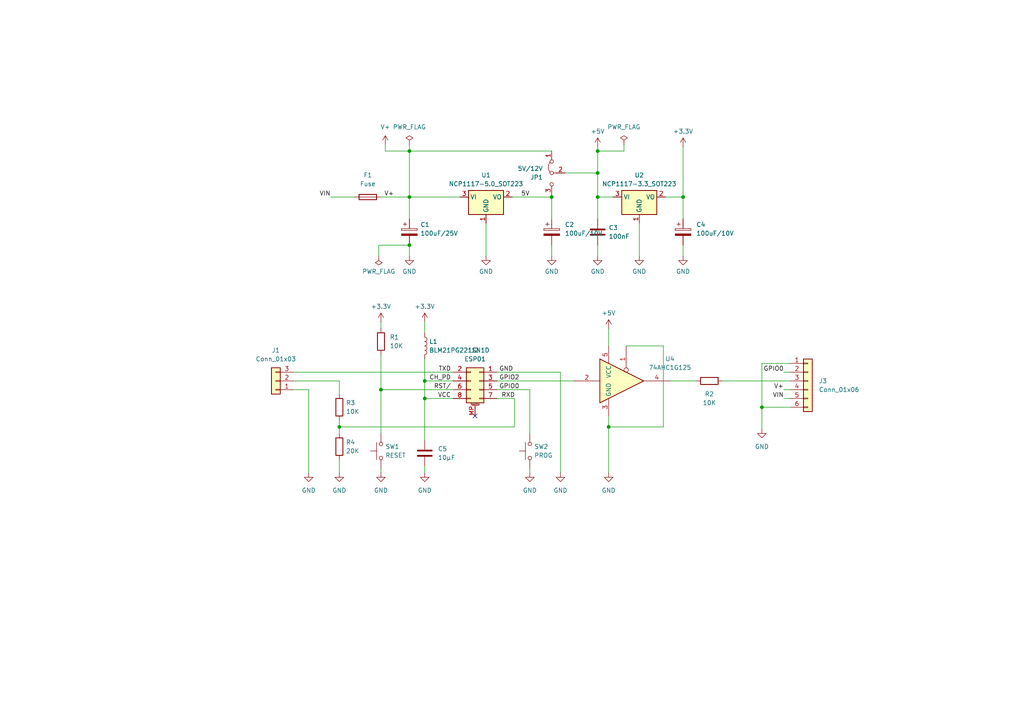
<source format=kicad_sch>
(kicad_sch (version 20250114) (generator "eeschema") (generator_version "9.0")
  (paper "A4")
  (lib_symbols
    (symbol "74xGxx:74AHC1G125"
      (property "Reference" "U" (at -2.54 3.81 0))
      (property "Value" "74AHC1G125" (at 0 -3.81 0))
      (symbol "74AHC1G125_0_1"
        (polyline (pts (xy -7.62 6.35) (xy -7.62 -6.35) (xy 5.08 0) (xy -7.62 6.35)) (stroke (width 0.254)) (fill (type background)))
      )
      (symbol "74AHC1G125_1_1"
        (pin input line (at -15.24 0 0) (length 7.62) (name "~") (number "2"))
        (pin power_in line (at -5.08 10.16 270) (length 5.08) (name "VCC") (number "5"))
        (pin power_in line (at -5.08 -10.16 90) (length 5.08) (name "GND") (number "3"))
        (pin input inverted (at 0 10.16 270) (length 7.62) (name "~") (number "1"))
        (pin tri_state line (at 12.7 0 180) (length 7.62) (name "~") (number "4"))
      )
    )
    (symbol "Connector_Generic:Conn_01x03" (pin_names (offset 1.016) (hide yes))
      (property "Reference" "J" (at 0 5.08 0))
      (property "Value" "Conn_01x03" (at 0 -5.08 0))
      (symbol "Conn_01x03_1_1"
        (rectangle (start -1.27 3.81) (end 1.27 -3.81) (stroke (width 0.254)) (fill (type background)))
        (rectangle (start -1.27 2.667) (end 0 2.413) (stroke (width 0.1524)))
        (rectangle (start -1.27 0.127) (end 0 -0.127) (stroke (width 0.1524)))
        (rectangle (start -1.27 -2.413) (end 0 -2.667) (stroke (width 0.1524)))
        (pin passive line (at -5.08 2.54 0) (length 3.81) (name "Pin_1") (number "1"))
        (pin passive line (at -5.08 0 0) (length 3.81) (name "Pin_2") (number "2"))
        (pin passive line (at -5.08 -2.54 0) (length 3.81) (name "Pin_3") (number "3"))
      )
    )
    (symbol "Connector_Generic:Conn_01x06" (pin_names (offset 1.016) (hide yes))
      (property "Reference" "J" (at 0 7.62 0))
      (property "Value" "Conn_01x06" (at 0 -10.16 0))
      (symbol "Conn_01x06_1_1"
        (rectangle (start -1.27 6.35) (end 1.27 -8.89) (stroke (width 0.254)) (fill (type background)))
        (rectangle (start -1.27 5.207) (end 0 4.953) (stroke (width 0.1524)))
        (rectangle (start -1.27 2.667) (end 0 2.413) (stroke (width 0.1524)))
        (rectangle (start -1.27 0.127) (end 0 -0.127) (stroke (width 0.1524)))
        (rectangle (start -1.27 -2.413) (end 0 -2.667) (stroke (width 0.1524)))
        (rectangle (start -1.27 -4.953) (end 0 -5.207) (stroke (width 0.1524)))
        (rectangle (start -1.27 -7.493) (end 0 -7.747) (stroke (width 0.1524)))
        (pin passive line (at -5.08 5.08 0) (length 3.81) (name "Pin_1") (number "1"))
        (pin passive line (at -5.08 2.54 0) (length 3.81) (name "Pin_2") (number "2"))
        (pin passive line (at -5.08 0 0) (length 3.81) (name "Pin_3") (number "3"))
        (pin passive line (at -5.08 -2.54 0) (length 3.81) (name "Pin_4") (number "4"))
        (pin passive line (at -5.08 -5.08 0) (length 3.81) (name "Pin_5") (number "5"))
        (pin passive line (at -5.08 -7.62 0) (length 3.81) (name "Pin_6") (number "6"))
      )
    )
    (symbol "Connector_Generic_MountingPin:Conn_02x04_Odd_Even_MountingPin" (pin_names (offset 1.016) (hide yes))
      (property "Reference" "J" (at 1.27 5.08 0))
      (property "Value" "Conn_02x04_Odd_Even_MountingPin" (at 2.54 -7.62 0))
      (symbol "Conn_02x04_Odd_Even_MountingPin_1_1"
        (rectangle (start -1.27 3.81) (end 3.81 -6.35) (stroke (width 0.254)) (fill (type background)))
        (rectangle (start -1.27 2.667) (end 0 2.413) (stroke (width 0.1524)))
        (rectangle (start -1.27 0.127) (end 0 -0.127) (stroke (width 0.1524)))
        (rectangle (start -1.27 -2.413) (end 0 -2.667) (stroke (width 0.1524)))
        (rectangle (start -1.27 -4.953) (end 0 -5.207) (stroke (width 0.1524)))
        (polyline (pts (xy 0.254 -7.112) (xy 2.286 -7.112)) (stroke (width 0.1524)))
        (rectangle (start 3.81 2.667) (end 2.54 2.413) (stroke (width 0.1524)))
        (rectangle (start 3.81 0.127) (end 2.54 -0.127) (stroke (width 0.1524)))
        (rectangle (start 3.81 -2.413) (end 2.54 -2.667) (stroke (width 0.1524)))
        (rectangle (start 3.81 -4.953) (end 2.54 -5.207) (stroke (width 0.1524)))
        (text "Mounting" (at 1.27 -6.731 0) (effects (font (size 0.381 0.381))))
        (pin passive line (at -5.08 2.54 0) (length 3.81) (name "Pin_1") (number "1"))
        (pin passive line (at -5.08 0 0) (length 3.81) (name "Pin_3") (number "3"))
        (pin passive line (at -5.08 -2.54 0) (length 3.81) (name "Pin_5") (number "5"))
        (pin passive line (at -5.08 -5.08 0) (length 3.81) (name "Pin_7") (number "7"))
        (pin passive line (at 1.27 -10.16 90) (length 3.048) (name "MountPin") (number "MP"))
        (pin passive line (at 7.62 2.54 180) (length 3.81) (name "Pin_2") (number "2"))
        (pin passive line (at 7.62 0 180) (length 3.81) (name "Pin_4") (number "4"))
        (pin passive line (at 7.62 -2.54 180) (length 3.81) (name "Pin_6") (number "6"))
        (pin passive line (at 7.62 -5.08 180) (length 3.81) (name "Pin_8") (number "8"))
      )
    )
    (symbol "Device:C" (pin_numbers (hide yes)) (pin_names (offset 0.254))
      (property "Reference" "C" (at 0.635 2.54 0))
      (property "Value" "C" (at 0.635 -2.54 0))
      (symbol "C_0_1"
        (polyline (pts (xy -2.032 0.762) (xy 2.032 0.762)) (stroke (width 0.508)))
        (polyline (pts (xy -2.032 -0.762) (xy 2.032 -0.762)) (stroke (width 0.508)))
      )
      (symbol "C_1_1"
        (pin passive line (at 0 3.81 270) (length 2.794) (name "~") (number "1"))
        (pin passive line (at 0 -3.81 90) (length 2.794) (name "~") (number "2"))
      )
    )
    (symbol "Device:C_Polarized" (pin_numbers (hide yes)) (pin_names (offset 0.254))
      (property "Reference" "C" (at 0.635 2.54 0))
      (property "Value" "C_Polarized" (at 0.635 -2.54 0))
      (symbol "C_Polarized_0_1"
        (rectangle (start -2.286 0.508) (end 2.286 1.016))
        (polyline (pts (xy -1.778 2.286) (xy -0.762 2.286)))
        (polyline (pts (xy -1.27 2.794) (xy -1.27 1.778)))
        (rectangle (start 2.286 -0.508) (end -2.286 -1.016) (fill (type outline)))
      )
      (symbol "C_Polarized_1_1"
        (pin passive line (at 0 3.81 270) (length 2.794) (name "~") (number "1"))
        (pin passive line (at 0 -3.81 90) (length 2.794) (name "~") (number "2"))
      )
    )
    (symbol "Device:Fuse" (pin_numbers (hide yes)) (pin_names (offset 0))
      (property "Reference" "F" (at 2.032 0 90))
      (property "Value" "Fuse" (at -1.905 0 90))
      (symbol "Fuse_0_1"
        (rectangle (start -0.762 -2.54) (end 0.762 2.54) (stroke (width 0.254)))
        (polyline (pts (xy 0 2.54) (xy 0 -2.54)))
      )
      (symbol "Fuse_1_1"
        (pin passive line (at 0 3.81 270) (length 1.27) (name "~") (number "1"))
        (pin passive line (at 0 -3.81 90) (length 1.27) (name "~") (number "2"))
      )
    )
    (symbol "Device:L" (pin_numbers (hide yes)) (pin_names (offset 1.016) (hide yes))
      (property "Reference" "L" (at -1.27 0 90))
      (property "Value" "L" (at 1.905 0 90))
      (symbol "L_0_1"
        (arc (start 0 2.54) (mid 0.6323 1.905) (end 0 1.27))
        (arc (start 0 1.27) (mid 0.6323 0.635) (end 0 0))
        (arc (start 0 0) (mid 0.6323 -0.635) (end 0 -1.27))
        (arc (start 0 -1.27) (mid 0.6323 -1.905) (end 0 -2.54))
      )
      (symbol "L_1_1"
        (pin passive line (at 0 3.81 270) (length 1.27) (name "1") (number "1"))
        (pin passive line (at 0 -3.81 90) (length 1.27) (name "2") (number "2"))
      )
    )
    (symbol "Device:R" (pin_numbers (hide yes)) (pin_names (offset 0))
      (property "Reference" "R" (at 2.032 0 90))
      (property "Value" "R" (at 0 0 90))
      (symbol "R_0_1"
        (rectangle (start -1.016 -2.54) (end 1.016 2.54) (stroke (width 0.254)))
      )
      (symbol "R_1_1"
        (pin passive line (at 0 3.81 270) (length 1.27) (name "~") (number "1"))
        (pin passive line (at 0 -3.81 90) (length 1.27) (name "~") (number "2"))
      )
    )
    (symbol "Jumper:Jumper_3_Bridged12" (pin_names (offset 0) (hide yes)) (exclude_from_sim yes) (in_bom no)
      (property "Reference" "JP" (at -2.54 -2.54 0))
      (property "Value" "Jumper_3_Bridged12" (at 0 2.794 0))
      (symbol "Jumper_3_Bridged12_0_0"
        (circle (center -3.302 0) (radius 0.508))
        (circle (center 0 0) (radius 0.508))
        (circle (center 3.302 0) (radius 0.508))
      )
      (symbol "Jumper_3_Bridged12_0_1"
        (arc (start -3.048 0.508) (mid -1.651 0.9912) (end -0.254 0.508))
        (polyline (pts (xy 0 -1.27) (xy 0 -0.508)))
      )
      (symbol "Jumper_3_Bridged12_1_1"
        (pin passive line (at -6.35 0 0) (length 2.54) (name "A") (number "1"))
        (pin passive line (at 0 -3.81 90) (length 2.54) (name "C") (number "2"))
        (pin passive line (at 6.35 0 180) (length 2.54) (name "B") (number "3"))
      )
    )
    (symbol "Regulator_Linear:NCP1117-3.3_SOT223"
      (property "Reference" "U" (at -3.81 3.175 0))
      (property "Value" "NCP1117-3.3_SOT223" (at 0 3.175 0))
      (symbol "NCP1117-3.3_SOT223_0_1"
        (rectangle (start -5.08 -5.08) (end 5.08 1.905) (stroke (width 0.254)) (fill (type background)))
      )
      (symbol "NCP1117-3.3_SOT223_1_1"
        (pin power_in line (at -7.62 0 0) (length 2.54) (name "VI") (number "3"))
        (pin power_in line (at 0 -7.62 90) (length 2.54) (name "GND") (number "1"))
        (pin power_out line (at 7.62 0 180) (length 2.54) (name "VO") (number "2"))
      )
    )
    (symbol "Regulator_Linear:NCP1117-5.0_SOT223"
      (property "Reference" "U" (at -3.81 3.175 0))
      (property "Value" "NCP1117-5.0_SOT223" (at 0 3.175 0))
      (symbol "NCP1117-5.0_SOT223_0_1"
        (rectangle (start -5.08 -5.08) (end 5.08 1.905) (stroke (width 0.254)) (fill (type background)))
      )
      (symbol "NCP1117-5.0_SOT223_1_1"
        (pin power_in line (at -7.62 0 0) (length 2.54) (name "VI") (number "3"))
        (pin power_in line (at 0 -7.62 90) (length 2.54) (name "GND") (number "1"))
        (pin power_out line (at 7.62 0 180) (length 2.54) (name "VO") (number "2"))
      )
    )
    (symbol "Switch:SW_Push" (pin_numbers (hide yes)) (pin_names (offset 1.016) (hide yes))
      (property "Reference" "SW" (at 1.27 2.54 0))
      (property "Value" "SW_Push" (at 0 -1.524 0))
      (symbol "SW_Push_0_1"
        (circle (center -2.032 0) (radius 0.508))
        (polyline (pts (xy 0 1.27) (xy 0 3.048)))
        (circle (center 2.032 0) (radius 0.508))
        (polyline (pts (xy 2.54 1.27) (xy -2.54 1.27)))
        (pin passive line (at -5.08 0 0) (length 2.54) (name "1") (number "1"))
        (pin passive line (at 5.08 0 180) (length 2.54) (name "2") (number "2"))
      )
    )
    (symbol "power:+3.3V" (power) (pin_numbers (hide yes)) (pin_names (offset 0) (hide yes))
      (property "Value" "+3.3V" (at 0 3.556 0))
      (symbol "+3.3V_0_1"
        (polyline (pts (xy -0.762 1.27) (xy 0 2.54)))
        (polyline (pts (xy 0 2.54) (xy 0.762 1.27)))
        (polyline (pts (xy 0 0) (xy 0 2.54)))
      )
      (symbol "+3.3V_1_1"
        (pin power_in line (at 0 0 90) (length 0) (name "~") (number "1"))
      )
    )
    (symbol "power:+5V" (power) (pin_numbers (hide yes)) (pin_names (offset 0) (hide yes))
      (property "Value" "+5V" (at 0 3.556 0))
      (symbol "+5V_0_1"
        (polyline (pts (xy -0.762 1.27) (xy 0 2.54)))
        (polyline (pts (xy 0 2.54) (xy 0.762 1.27)))
        (polyline (pts (xy 0 0) (xy 0 2.54)))
      )
      (symbol "+5V_1_1"
        (pin power_in line (at 0 0 90) (length 0) (name "~") (number "1"))
      )
    )
    (symbol "power:GND" (power) (pin_numbers (hide yes)) (pin_names (offset 0) (hide yes))
      (property "Value" "GND" (at 0 -3.81 0))
      (symbol "GND_0_1"
        (polyline (pts (xy 0 0) (xy 0 -1.27) (xy 1.27 -1.27) (xy 0 -2.54) (xy -1.27 -1.27) (xy 0 -1.27)))
      )
      (symbol "GND_1_1"
        (pin power_in line (at 0 0 270) (length 0) (name "~") (number "1"))
      )
    )
    (symbol "power:PWR_FLAG" (power) (pin_numbers (hide yes)) (pin_names (offset 0) (hide yes))
      (property "Value" "PWR_FLAG" (at 0 3.81 0))
      (symbol "PWR_FLAG_0_0"
        (pin power_out line (at 0 0 90) (length 0) (name "~") (number "1"))
      )
      (symbol "PWR_FLAG_0_1"
        (polyline (pts (xy 0 0) (xy 0 1.27) (xy -1.016 1.905) (xy 0 2.54) (xy 1.016 1.905) (xy 0 1.27)))
      )
    )
    (symbol "power:VCC" (power) (pin_numbers (hide yes)) (pin_names (offset 0) (hide yes))
      (property "Value" "VCC" (at 0 3.556 0))
      (symbol "VCC_0_1"
        (polyline (pts (xy -0.762 1.27) (xy 0 2.54)))
        (polyline (pts (xy 0 2.54) (xy 0.762 1.27)))
        (polyline (pts (xy 0 0) (xy 0 2.54)))
      )
      (symbol "VCC_1_1"
        (pin power_in line (at 0 0 90) (length 0) (name "~") (number "1"))
      )
    )
  )
  (junction (at 118.745 57.15))
  (junction (at 220.98 118.11))
  (junction (at 176.53 123.825))
  (junction (at 123.19 110.49))
  (junction (at 173.355 50.165))
  (junction (at 118.745 43.815))
  (junction (at 118.745 71.12))
  (junction (at 98.425 123.825))
  (junction (at 160.02 57.15))
  (junction (at 198.12 57.15))
  (junction (at 173.355 57.15))
  (junction (at 110.49 113.03))
  (junction (at 123.19 115.57))
  (junction (at 173.355 43.815))
  (no_connect (at 137.795 120.65))
  (wire (pts (xy 95.885 57.15) (xy 102.87 57.15)))
  (wire (pts (xy 192.405 100.33) (xy 192.405 123.825)))
  (wire (pts (xy 123.19 110.49) (xy 131.445 110.49)))
  (wire (pts (xy 160.02 56.515) (xy 160.02 57.15)))
  (wire (pts (xy 220.98 118.11) (xy 229.235 118.11)))
  (wire (pts (xy 85.09 113.03) (xy 89.535 113.03)))
  (wire (pts (xy 85.09 107.95) (xy 131.445 107.95)))
  (wire (pts (xy 123.19 115.57) (xy 123.19 127.635)))
  (wire (pts (xy 193.04 57.15) (xy 198.12 57.15)))
  (wire (pts (xy 198.12 57.15) (xy 198.12 63.5)))
  (wire (pts (xy 227.33 115.57) (xy 229.235 115.57)))
  (wire (pts (xy 173.355 57.15) (xy 177.8 57.15)))
  (wire (pts (xy 111.76 43.815) (xy 118.745 43.815)))
  (wire (pts (xy 118.745 43.815) (xy 118.745 57.15)))
  (wire (pts (xy 110.49 113.03) (xy 131.445 113.03)))
  (wire (pts (xy 180.975 41.91) (xy 180.975 43.815)))
  (wire (pts (xy 173.355 42.545) (xy 173.355 43.815)))
  (wire (pts (xy 123.19 135.255) (xy 123.19 137.16)))
  (wire (pts (xy 176.53 120.65) (xy 176.53 123.825)))
  (wire (pts (xy 118.745 41.91) (xy 118.745 43.815)))
  (wire (pts (xy 98.425 121.92) (xy 98.425 123.825)))
  (wire (pts (xy 220.98 105.41) (xy 220.98 118.11)))
  (wire (pts (xy 229.235 105.41) (xy 220.98 105.41)))
  (wire (pts (xy 110.49 113.03) (xy 110.49 125.73)))
  (wire (pts (xy 123.19 110.49) (xy 123.19 115.57)))
  (wire (pts (xy 110.49 102.87) (xy 110.49 113.03)))
  (wire (pts (xy 118.745 57.15) (xy 118.745 63.5)))
  (wire (pts (xy 176.53 123.825) (xy 176.53 137.16)))
  (wire (pts (xy 160.02 71.12) (xy 160.02 74.295)))
  (wire (pts (xy 118.745 43.815) (xy 160.02 43.815)))
  (wire (pts (xy 144.145 110.49) (xy 166.37 110.49)))
  (wire (pts (xy 198.12 74.295) (xy 198.12 71.12)))
  (wire (pts (xy 176.53 95.25) (xy 176.53 100.33)))
  (wire (pts (xy 149.225 123.825) (xy 98.425 123.825)))
  (wire (pts (xy 160.02 57.15) (xy 160.02 63.5)))
  (wire (pts (xy 185.42 74.295) (xy 185.42 64.77)))
  (wire (pts (xy 110.49 93.345) (xy 110.49 95.25)))
  (wire (pts (xy 220.98 118.11) (xy 220.98 124.46)))
  (wire (pts (xy 85.09 110.49) (xy 98.425 110.49)))
  (wire (pts (xy 209.55 110.49) (xy 229.235 110.49)))
  (wire (pts (xy 110.49 57.15) (xy 118.745 57.15)))
  (wire (pts (xy 98.425 133.35) (xy 98.425 137.16)))
  (wire (pts (xy 194.31 110.49) (xy 201.93 110.49)))
  (wire (pts (xy 109.855 74.295) (xy 109.855 71.12)))
  (wire (pts (xy 118.745 57.15) (xy 133.35 57.15)))
  (wire (pts (xy 98.425 123.825) (xy 98.425 125.73)))
  (wire (pts (xy 123.19 93.345) (xy 123.19 96.52)))
  (wire (pts (xy 173.355 57.15) (xy 173.355 63.5)))
  (wire (pts (xy 153.67 125.73) (xy 153.67 113.03)))
  (wire (pts (xy 148.59 57.15) (xy 160.02 57.15)))
  (wire (pts (xy 123.19 115.57) (xy 131.445 115.57)))
  (wire (pts (xy 98.425 110.49) (xy 98.425 114.3)))
  (wire (pts (xy 227.33 107.95) (xy 229.235 107.95)))
  (wire (pts (xy 163.83 50.165) (xy 173.355 50.165)))
  (wire (pts (xy 173.355 43.815) (xy 173.355 50.165)))
  (wire (pts (xy 162.56 107.95) (xy 162.56 137.16)))
  (wire (pts (xy 140.97 74.295) (xy 140.97 64.77)))
  (wire (pts (xy 144.145 107.95) (xy 162.56 107.95)))
  (wire (pts (xy 173.355 71.12) (xy 173.355 74.295)))
  (wire (pts (xy 144.145 115.57) (xy 149.225 115.57)))
  (wire (pts (xy 144.145 113.03) (xy 153.67 113.03)))
  (wire (pts (xy 111.76 41.91) (xy 111.76 43.815)))
  (wire (pts (xy 181.61 100.33) (xy 192.405 100.33)))
  (wire (pts (xy 89.535 113.03) (xy 89.535 137.16)))
  (wire (pts (xy 153.67 135.89) (xy 153.67 137.16)))
  (wire (pts (xy 227.33 113.03) (xy 229.235 113.03)))
  (wire (pts (xy 192.405 123.825) (xy 176.53 123.825)))
  (wire (pts (xy 173.355 50.165) (xy 173.355 57.15)))
  (wire (pts (xy 198.12 42.545) (xy 198.12 57.15)))
  (wire (pts (xy 180.975 43.815) (xy 173.355 43.815)))
  (wire (pts (xy 110.49 135.89) (xy 110.49 137.16)))
  (wire (pts (xy 149.225 115.57) (xy 149.225 123.825)))
  (wire (pts (xy 109.855 71.12) (xy 118.745 71.12)))
  (wire (pts (xy 123.19 104.14) (xy 123.19 110.49)))
  (wire (pts (xy 118.745 74.295) (xy 118.745 71.12)))
  (label "5V" (at 151.13 57.15 0))
  (label "GPIO0" (at 144.78 113.03 0))
  (label "VCC" (at 130.81 115.57 180))
  (label "GPIO2" (at 144.78 110.49 0))
  (label "GND" (at 144.78 107.95 0))
  (label "V+" (at 227.33 113.03 180))
  (label "TXD" (at 130.81 107.95 180))
  (label "RST{slash}" (at 130.81 113.03 180))
  (label "VIN" (at 95.885 57.15 180))
  (label "CH_PD" (at 130.81 110.49 180))
  (label "VIN" (at 227.33 115.57 180))
  (label "GPIO0" (at 227.33 107.95 180))
  (label "V+" (at 114.3 57.15 180))
  (label "RXD" (at 145.415 115.57 0))
  (symbol (lib_id "Device:L") (at 123.19 100.33 0) (unit 1)
    (property "Reference" "L1" (at 124.46 99.0599 0) (effects (justify left)))
    (property "Value" "BLM21PG221SN1D" (at 124.46 101.5999 0) (effects (justify left)))
    (property "Footprint" "Inductor_SMD:L_0603_1608Metric" (effects (hide yes)))
    (property "Description" "Inductor" (effects (hide yes)))
  )
  (symbol (lib_id "Device:C_Polarized") (at 160.02 67.31 0) (unit 1)
    (property "Reference" "C2" (at 163.83 65.1509 0) (effects (justify left)))
    (property "Value" "100uF/10V" (at 163.83 67.6909 0) (effects (justify left)))
    (property "Footprint" "Capacitor_THT:CP_Radial_D5.0mm_P2.00mm" (effects (hide yes)))
    (property "Description" "Polarized capacitor" (effects (hide yes)))
  )
  (symbol (lib_id "power:GND") (at 220.98 124.46 0) (unit 1)
    (property "Reference" "#PWR012" (effects (hide yes)))
    (property "Value" "GND" (at 220.98 129.54 0))
    (property "Description" "Power symbol creates a global label with name \"GND\" , ground" (effects (hide yes)))
  )
  (symbol (lib_id "Device:R") (at 98.425 129.54 0) (unit 1)
    (property "Reference" "R4" (at 100.33 128.2699 0) (effects (justify left)))
    (property "Value" "20K" (at 100.33 130.8099 0) (effects (justify left)))
    (property "Footprint" "Resistor_SMD:R_0603_1608Metric" (effects (hide yes)))
    (property "Description" "Resistor" (effects (hide yes)))
  )
  (symbol (lib_id "Regulator_Linear:NCP1117-3.3_SOT223") (at 185.42 57.15 0) (unit 1)
    (property "Reference" "U2" (at 185.42 50.8 0))
    (property "Value" "NCP1117-3.3_SOT223" (at 185.42 53.34 0))
    (property "Footprint" "Package_TO_SOT_SMD:SOT-223-3_TabPin2" (effects (hide yes)))
    (property "Datasheet" "http://www.onsemi.com/pub_link/Collateral/NCP1117-D.PDF" (effects (hide yes)))
    (property "Description" "1A Low drop-out regulator, Fixed Output 3.3V, SOT-223" (effects (hide yes)))
  )
  (symbol (lib_id "Device:C") (at 173.355 67.31 0) (unit 1)
    (property "Reference" "C3" (at 176.53 66.0399 0) (effects (justify left)))
    (property "Value" "100nF" (at 176.53 68.5799 0) (effects (justify left)))
    (property "Footprint" "Capacitor_SMD:C_0603_1608Metric" (effects (hide yes)))
    (property "Description" "Unpolarized capacitor" (effects (hide yes)))
  )
  (symbol (lib_id "power:PWR_FLAG") (at 118.745 41.91 0) (unit 1)
    (property "Reference" "#FLG01" (effects (hide yes)))
    (property "Value" "PWR_FLAG" (at 118.745 36.83 0))
    (property "Description" "Special symbol for telling ERC where power comes from" (effects (hide yes)))
  )
  (symbol (lib_id "power:GND") (at 98.425 137.16 0) (unit 1)
    (property "Reference" "#PWR014" (effects (hide yes)))
    (property "Value" "GND" (at 98.425 142.24 0))
    (property "Description" "Power symbol creates a global label with name \"GND\" , ground" (effects (hide yes)))
  )
  (symbol (lib_id "Switch:SW_Push") (at 153.67 130.81 90) (unit 1)
    (property "Reference" "SW2" (at 154.94 129.5399 90) (effects (justify right)))
    (property "Value" "PROG" (at 154.94 132.0799 90) (effects (justify right)))
    (property "Footprint" "Button_Switch_THT:SW_PUSH_6mm" (effects (hide yes)))
    (property "Description" "Push button switch, generic, two pins" (effects (hide yes)))
  )
  (symbol (lib_id "Connector_Generic_MountingPin:Conn_02x04_Odd_Even_MountingPin") (at 139.065 110.49 0) (mirror y) (unit 1)
    (property "Reference" "J2" (at 137.795 101.6 0))
    (property "Value" "ESP01" (at 137.795 104.14 0))
    (property "Footprint" "Connector_PinSocket_2.54mm:PinSocket_2x04_P2.54mm_Vertical" (effects (hide yes)))
    (property "Description" "Generic connectable mounting pin connector, double row, 02x04, odd/even pin numbering scheme (row 1 odd numbers, row 2 even numbers), script generated (kicad-library-utils/schlib/autogen/connector/)" (effects (hide yes)))
  )
  (symbol (lib_id "power:GND") (at 110.49 137.16 0) (unit 1)
    (property "Reference" "#PWR015" (effects (hide yes)))
    (property "Value" "GND" (at 110.49 142.24 0))
    (property "Description" "Power symbol creates a global label with name \"GND\" , ground" (effects (hide yes)))
  )
  (symbol (lib_id "Device:R") (at 98.425 118.11 0) (unit 1)
    (property "Reference" "R3" (at 100.33 116.8399 0) (effects (justify left)))
    (property "Value" "10K" (at 100.33 119.3799 0) (effects (justify left)))
    (property "Footprint" "Resistor_SMD:R_0603_1608Metric" (effects (hide yes)))
    (property "Description" "Resistor" (effects (hide yes)))
  )
  (symbol (lib_id "power:GND") (at 162.56 137.16 0) (unit 1)
    (property "Reference" "#PWR018" (effects (hide yes)))
    (property "Value" "GND" (at 162.56 142.24 0))
    (property "Description" "Power symbol creates a global label with name \"GND\" , ground" (effects (hide yes)))
  )
  (symbol (lib_id "Device:C_Polarized") (at 118.745 67.31 0) (unit 1)
    (property "Reference" "C1" (at 121.92 65.1509 0) (effects (justify left)))
    (property "Value" "100uF/25V" (at 121.92 67.6909 0) (effects (justify left)))
    (property "Footprint" "Capacitor_THT:CP_Radial_D8.0mm_P3.50mm" (effects (hide yes)))
    (property "Description" "Polarized capacitor" (effects (hide yes)))
  )
  (symbol (lib_id "Device:R") (at 205.74 110.49 90) (unit 1)
    (property "Reference" "R2" (at 205.74 114.3 90))
    (property "Value" "10K" (at 205.74 116.84 90))
    (property "Footprint" "Resistor_SMD:R_0603_1608Metric" (effects (hide yes)))
    (property "Description" "Resistor" (effects (hide yes)))
  )
  (symbol (lib_id "power:GND") (at 118.745 74.295 0) (unit 1)
    (property "Reference" "#PWR04" (effects (hide yes)))
    (property "Value" "GND" (at 118.745 78.74 0))
    (property "Description" "Power symbol creates a global label with name \"GND\" , ground" (effects (hide yes)))
  )
  (symbol (lib_id "Device:C_Polarized") (at 198.12 67.31 0) (unit 1)
    (property "Reference" "C4" (at 201.93 65.1509 0) (effects (justify left)))
    (property "Value" "100uF/10V" (at 201.93 67.6909 0) (effects (justify left)))
    (property "Footprint" "Capacitor_THT:CP_Radial_D5.0mm_P2.00mm" (effects (hide yes)))
    (property "Description" "Polarized capacitor" (effects (hide yes)))
  )
  (symbol (lib_id "power:+3.3V") (at 198.12 42.545 0) (unit 1)
    (property "Reference" "#PWR03" (effects (hide yes)))
    (property "Value" "+3.3V" (at 198.12 38.1 0))
    (property "Description" "Power symbol creates a global label with name \"+3.3V\"" (effects (hide yes)))
  )
  (symbol (lib_id "power:GND") (at 123.19 137.16 0) (unit 1)
    (property "Reference" "#PWR016" (effects (hide yes)))
    (property "Value" "GND" (at 123.19 142.24 0))
    (property "Description" "Power symbol creates a global label with name \"GND\" , ground" (effects (hide yes)))
  )
  (symbol (lib_id "Device:Fuse") (at 106.68 57.15 90) (unit 1)
    (property "Reference" "F1" (at 106.68 50.8 90))
    (property "Value" "Fuse" (at 106.68 53.34 90))
    (property "Footprint" "PCM_Fuse_AKL_Double:Fuse_Blade_Mini_directSolder" (effects (hide yes)))
    (property "Description" "Fuse" (effects (hide yes)))
  )
  (symbol (lib_id "power:+5V") (at 173.355 42.545 0) (unit 1)
    (property "Reference" "#PWR02" (effects (hide yes)))
    (property "Value" "+5V" (at 173.355 38.1 0))
    (property "Description" "Power symbol creates a global label with name \"+5V\"" (effects (hide yes)))
  )
  (symbol (lib_id "power:PWR_FLAG") (at 109.855 74.295 180) (unit 1)
    (property "Reference" "#FLG03" (effects (hide yes)))
    (property "Value" "PWR_FLAG" (at 109.855 78.74 0))
    (property "Description" "Special symbol for telling ERC where power comes from" (effects (hide yes)))
  )
  (symbol (lib_id "power:+3.3V") (at 110.49 93.345 0) (unit 1)
    (property "Reference" "#PWR010" (effects (hide yes)))
    (property "Value" "+3.3V" (at 110.49 88.9 0))
    (property "Description" "Power symbol creates a global label with name \"+3.3V\"" (effects (hide yes)))
  )
  (symbol (lib_id "power:GND") (at 185.42 74.295 0) (unit 1)
    (property "Reference" "#PWR08" (effects (hide yes)))
    (property "Value" "GND" (at 185.42 78.74 0))
    (property "Description" "Power symbol creates a global label with name \"GND\" , ground" (effects (hide yes)))
  )
  (symbol (lib_id "power:GND") (at 140.97 74.295 0) (unit 1)
    (property "Reference" "#PWR05" (effects (hide yes)))
    (property "Value" "GND" (at 140.97 78.74 0))
    (property "Description" "Power symbol creates a global label with name \"GND\" , ground" (effects (hide yes)))
  )
  (symbol (lib_id "Connector_Generic:Conn_01x03") (at 80.01 110.49 180) (unit 1)
    (property "Reference" "J1" (at 80.01 101.6 0))
    (property "Value" "Conn_01x03" (at 80.01 104.14 0))
    (property "Footprint" "Connector_PinHeader_2.54mm:PinHeader_1x03_P2.54mm_Vertical" (effects (hide yes)))
    (property "Description" "Generic connector, single row, 01x03, script generated (kicad-library-utils/schlib/autogen/connector/)" (effects (hide yes)))
  )
  (symbol (lib_id "power:GND") (at 89.535 137.16 0) (unit 1)
    (property "Reference" "#PWR013" (effects (hide yes)))
    (property "Value" "GND" (at 89.535 142.24 0))
    (property "Description" "Power symbol creates a global label with name \"GND\" , ground" (effects (hide yes)))
  )
  (symbol (lib_id "Device:R") (at 110.49 99.06 0) (unit 1)
    (property "Reference" "R1" (at 113.03 97.7899 0) (effects (justify left)))
    (property "Value" "10K" (at 113.03 100.3299 0) (effects (justify left)))
    (property "Footprint" "Resistor_SMD:R_0603_1608Metric" (effects (hide yes)))
    (property "Description" "Resistor" (effects (hide yes)))
  )
  (symbol (lib_id "power:+3.3V") (at 123.19 93.345 0) (unit 1)
    (property "Reference" "#PWR011" (effects (hide yes)))
    (property "Value" "+3.3V" (at 123.19 88.9 0))
    (property "Description" "Power symbol creates a global label with name \"+3.3V\"" (effects (hide yes)))
  )
  (symbol (lib_id "74xGxx:74AHC1G125") (at 181.61 110.49 0) (unit 1)
    (property "Reference" "U4" (at 194.31 104.0698 0))
    (property "Value" "74AHC1G125" (at 194.31 106.6098 0))
    (property "Footprint" "Package_TO_SOT_SMD:SC-74A-5_1.55x2.9mm_P0.95mm" (effects (hide yes)))
    (property "Datasheet" "http://www.ti.com/lit/sg/scyt129e/scyt129e.pdf" (effects (hide yes)))
    (property "Description" "Single Buffer Gate Tri-State, Low-Voltage CMOS" (effects (hide yes)))
  )
  (symbol (lib_id "power:GND") (at 173.355 74.295 0) (unit 1)
    (property "Reference" "#PWR07" (effects (hide yes)))
    (property "Value" "GND" (at 173.355 78.74 0))
    (property "Description" "Power symbol creates a global label with name \"GND\" , ground" (effects (hide yes)))
  )
  (symbol (lib_id "power:GND") (at 198.12 74.295 0) (unit 1)
    (property "Reference" "#PWR09" (effects (hide yes)))
    (property "Value" "GND" (at 198.12 78.74 0))
    (property "Description" "Power symbol creates a global label with name \"GND\" , ground" (effects (hide yes)))
  )
  (symbol (lib_id "Jumper:Jumper_3_Bridged12") (at 160.02 50.165 90) (mirror x) (unit 1) (exclude_from_sim yes) (in_bom no)
    (property "Reference" "JP1" (at 157.48 51.4351 90) (effects (justify left)))
    (property "Value" "5V/12V" (at 157.48 48.8951 90) (effects (justify left)))
    (property "Footprint" "Connector_PinHeader_2.54mm:PinHeader_1x03_P2.54mm_Vertical" (effects (hide yes)))
    (property "Description" "Jumper, 3-pole, pins 1+2 closed/bridged" (effects (hide yes)))
  )
  (symbol (lib_id "power:GND") (at 160.02 74.295 0) (unit 1)
    (property "Reference" "#PWR06" (effects (hide yes)))
    (property "Value" "GND" (at 160.02 78.74 0))
    (property "Description" "Power symbol creates a global label with name \"GND\" , ground" (effects (hide yes)))
  )
  (symbol (lib_id "Connector_Generic:Conn_01x06") (at 234.315 110.49 0) (unit 1)
    (property "Reference" "J3" (at 237.49 110.4899 0) (effects (justify left)))
    (property "Value" "Conn_01x06" (at 237.49 113.0299 0) (effects (justify left)))
    (property "Footprint" "Connector_Phoenix_MC:PhoenixContact_MC_1,5_6-G-3.81_1x06_P3.81mm_Horizontal" (effects (hide yes)))
    (property "Description" "Generic connector, single row, 01x06, script generated (kicad-library-utils/schlib/autogen/connector/)" (effects (hide yes)))
  )
  (symbol (lib_id "Regulator_Linear:NCP1117-5.0_SOT223") (at 140.97 57.15 0) (unit 1)
    (property "Reference" "U1" (at 140.97 50.8 0))
    (property "Value" "NCP1117-5.0_SOT223" (at 140.97 53.34 0))
    (property "Footprint" "Package_TO_SOT_SMD:SOT-223-3_TabPin2" (effects (hide yes)))
    (property "Datasheet" "http://www.onsemi.com/pub_link/Collateral/NCP1117-D.PDF" (effects (hide yes)))
    (property "Description" "1A Low drop-out regulator, Fixed Output 5V, SOT-223" (effects (hide yes)))
  )
  (symbol (lib_id "power:GND") (at 153.67 137.16 0) (unit 1)
    (property "Reference" "#PWR017" (effects (hide yes)))
    (property "Value" "GND" (at 153.67 142.24 0))
    (property "Description" "Power symbol creates a global label with name \"GND\" , ground" (effects (hide yes)))
  )
  (symbol (lib_id "Switch:SW_Push") (at 110.49 130.81 90) (unit 1)
    (property "Reference" "SW1" (at 111.76 129.5399 90) (effects (justify right)))
    (property "Value" "RESET" (at 111.76 132.0799 90) (effects (justify right)))
    (property "Footprint" "Button_Switch_THT:SW_PUSH_6mm" (effects (hide yes)))
    (property "Description" "Push button switch, generic, two pins" (effects (hide yes)))
  )
  (symbol (lib_id "power:PWR_FLAG") (at 180.975 41.91 0) (unit 1)
    (property "Reference" "#FLG02" (effects (hide yes)))
    (property "Value" "PWR_FLAG" (at 180.975 36.83 0))
    (property "Description" "Special symbol for telling ERC where power comes from" (effects (hide yes)))
  )
  (symbol (lib_id "power:+5V") (at 176.53 95.25 0) (unit 1)
    (property "Reference" "#PWR020" (effects (hide yes)))
    (property "Value" "+5V" (at 176.53 90.805 0))
    (property "Description" "Power symbol creates a global label with name \"+5V\"" (effects (hide yes)))
  )
  (symbol (lib_id "power:VCC") (at 111.76 41.91 0) (unit 1)
    (property "Reference" "#PWR01" (effects (hide yes)))
    (property "Value" "V+" (at 111.76 36.83 0))
    (property "Description" "Power symbol creates a global label with name \"VCC\"" (effects (hide yes)))
  )
  (symbol (lib_id "Device:C") (at 123.19 131.445 0) (unit 1)
    (property "Reference" "C5" (at 127 130.1749 0) (effects (justify left)))
    (property "Value" "10µF" (at 127 132.7149 0) (effects (justify left)))
    (property "Footprint" "Capacitor_SMD:C_0603_1608Metric" (effects (hide yes)))
    (property "Description" "Unpolarized capacitor" (effects (hide yes)))
  )
  (symbol (lib_id "power:GND") (at 176.53 137.16 0) (unit 1)
    (property "Reference" "#PWR019" (effects (hide yes)))
    (property "Value" "GND" (at 176.53 142.24 0))
    (property "Description" "Power symbol creates a global label with name \"GND\" , ground" (effects (hide yes)))
  )
)
</source>
